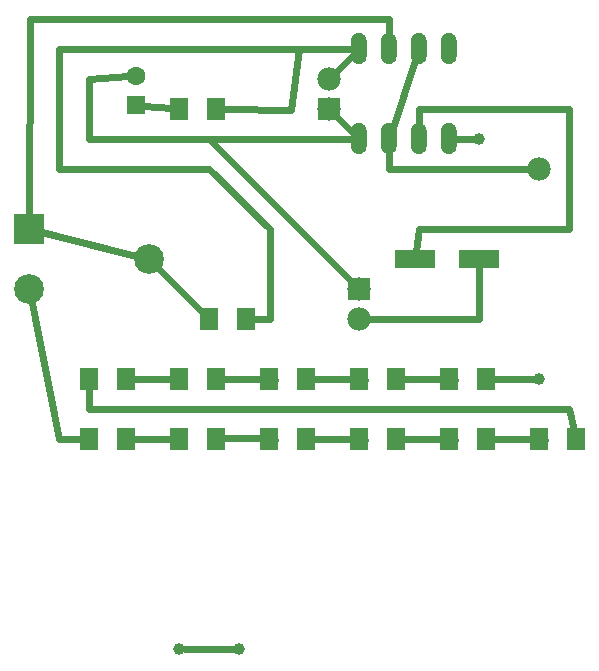
<source format=gtl>
G04 MADE WITH FRITZING*
G04 WWW.FRITZING.ORG*
G04 DOUBLE SIDED*
G04 HOLES PLATED*
G04 CONTOUR ON CENTER OF CONTOUR VECTOR*
%ASAXBY*%
%FSLAX23Y23*%
%MOIN*%
%OFA0B0*%
%SFA1.0B1.0*%
%ADD10C,0.039370*%
%ADD11C,0.099000*%
%ADD12C,0.078000*%
%ADD13C,0.062992*%
%ADD14C,0.052000*%
%ADD15R,0.099000X0.099000*%
%ADD16R,0.078000X0.078000*%
%ADD17R,0.137795X0.062992*%
%ADD18R,0.062992X0.074803*%
%ADD19R,0.062992X0.062992*%
%ADD20C,0.024000*%
%ADD21R,0.001000X0.001000*%
%LNCOPPER1*%
G90*
G70*
G54D10*
X1299Y449D03*
X1099Y449D03*
G54D11*
X598Y1650D03*
X598Y1850D03*
X998Y1750D03*
G54D12*
X2298Y2050D03*
X2298Y2050D03*
X1598Y2250D03*
X1598Y2350D03*
G54D10*
X2098Y2150D03*
X798Y1350D03*
X798Y1150D03*
X1098Y1350D03*
X1098Y1150D03*
X1398Y1350D03*
X1398Y1150D03*
X1698Y1350D03*
X1698Y1150D03*
X1998Y1350D03*
X1998Y1150D03*
X2298Y1350D03*
X2298Y1150D03*
G54D13*
X953Y2262D03*
X953Y2361D03*
X953Y2262D03*
X953Y2361D03*
G54D14*
X1698Y2150D03*
X1798Y2150D03*
X1798Y2450D03*
X1698Y2450D03*
X1898Y2150D03*
X1998Y2150D03*
X1898Y2450D03*
X1998Y2450D03*
X1698Y2150D03*
X1798Y2150D03*
X1798Y2450D03*
X1698Y2450D03*
X1898Y2150D03*
X1998Y2150D03*
X1898Y2450D03*
X1998Y2450D03*
G54D12*
X1698Y1650D03*
X1698Y1550D03*
G54D15*
X598Y1850D03*
G54D16*
X1598Y2250D03*
G54D17*
X1885Y1750D03*
X2098Y1750D03*
G54D18*
X1098Y2250D03*
X1220Y2250D03*
G54D19*
X953Y2262D03*
X953Y2262D03*
G54D16*
X1698Y1650D03*
G54D18*
X1198Y1550D03*
X1320Y1550D03*
X798Y1350D03*
X920Y1350D03*
X1098Y1350D03*
X1220Y1350D03*
X1698Y1350D03*
X1820Y1350D03*
X1398Y1350D03*
X1520Y1350D03*
X1998Y1350D03*
X2120Y1350D03*
X2298Y1150D03*
X2420Y1150D03*
X1998Y1150D03*
X2120Y1150D03*
X1698Y1150D03*
X1820Y1150D03*
X1398Y1150D03*
X1520Y1150D03*
X1098Y1150D03*
X1220Y1150D03*
X798Y1150D03*
X920Y1150D03*
G54D20*
X1280Y449D02*
X1118Y449D01*
D02*
X798Y2350D02*
X798Y2148D01*
D02*
X798Y2148D02*
X1198Y2148D01*
D02*
X1198Y2148D02*
X1677Y1671D01*
D02*
X926Y2359D02*
X798Y2350D01*
D02*
X2098Y1550D02*
X2098Y1724D01*
D02*
X1728Y1550D02*
X2098Y1550D01*
D02*
X1898Y1850D02*
X2397Y1850D01*
D02*
X2397Y1850D02*
X2397Y2249D01*
D02*
X2397Y2249D02*
X1896Y2249D01*
D02*
X1896Y2249D02*
X1898Y2177D01*
D02*
X1889Y1776D02*
X1898Y1850D01*
D02*
X1799Y2051D02*
X2268Y2050D01*
D02*
X1798Y2123D02*
X1799Y2051D01*
D02*
X1807Y2175D02*
X1889Y2424D01*
D02*
X798Y2148D02*
X1671Y2150D01*
D02*
X798Y2350D02*
X798Y2148D01*
D02*
X926Y2359D02*
X798Y2350D01*
D02*
X2079Y2150D02*
X2025Y2150D01*
D02*
X1020Y1727D02*
X1172Y1576D01*
D02*
X629Y1842D02*
X967Y1757D01*
D02*
X1679Y2169D02*
X1619Y2228D01*
D02*
X1679Y2430D02*
X1619Y2371D01*
D02*
X1496Y2451D02*
X1471Y2245D01*
D02*
X1471Y2245D02*
X1246Y2249D01*
D02*
X1671Y2450D02*
X1496Y2451D01*
D02*
X1072Y2252D02*
X980Y2260D01*
D02*
X1072Y1350D02*
X946Y1350D01*
D02*
X2397Y1251D02*
X2413Y1181D01*
D02*
X697Y1150D02*
X604Y1619D01*
D02*
X798Y1251D02*
X2397Y1251D01*
D02*
X798Y1331D02*
X798Y1251D01*
D02*
X2279Y1150D02*
X2146Y1150D01*
D02*
X1972Y1150D02*
X1846Y1150D01*
D02*
X1546Y1150D02*
X1672Y1150D01*
D02*
X946Y1150D02*
X1072Y1150D01*
D02*
X772Y1150D02*
X697Y1150D01*
D02*
X1972Y1350D02*
X1846Y1350D01*
D02*
X1672Y1350D02*
X1546Y1350D01*
D02*
X1372Y1350D02*
X1246Y1350D01*
D02*
X1799Y2548D02*
X600Y2548D01*
D02*
X600Y2548D02*
X599Y1851D01*
D02*
X599Y1851D02*
X967Y1757D01*
D02*
X1798Y2477D02*
X1799Y2548D01*
D02*
X2317Y1145D02*
X2298Y1150D01*
D02*
X1400Y1550D02*
X1346Y1550D01*
D02*
X1400Y1849D02*
X1400Y1550D01*
D02*
X1198Y2051D02*
X1400Y1849D01*
D02*
X697Y2051D02*
X1198Y2051D01*
D02*
X697Y2451D02*
X697Y2051D01*
D02*
X1671Y2450D02*
X697Y2451D01*
D02*
X2017Y1345D02*
X1998Y1350D01*
D02*
X1717Y1345D02*
X1698Y1350D01*
D02*
X1417Y1345D02*
X1398Y1350D01*
D02*
X1080Y1345D02*
X1098Y1350D01*
D02*
X780Y1345D02*
X798Y1350D01*
D02*
X782Y1140D02*
X798Y1150D01*
D02*
X1082Y1140D02*
X1098Y1150D01*
D02*
X1417Y1145D02*
X1398Y1150D01*
D02*
X1717Y1145D02*
X1698Y1150D01*
D02*
X2017Y1145D02*
X1998Y1150D01*
D02*
X2279Y1350D02*
X2146Y1350D01*
G54D21*
X1692Y2502D02*
X1702Y2502D01*
X1792Y2502D02*
X1802Y2502D01*
X1892Y2502D02*
X1902Y2502D01*
X1992Y2502D02*
X2002Y2502D01*
X1689Y2501D02*
X1706Y2501D01*
X1789Y2501D02*
X1806Y2501D01*
X1889Y2501D02*
X1906Y2501D01*
X1989Y2501D02*
X2006Y2501D01*
X1686Y2500D02*
X1708Y2500D01*
X1786Y2500D02*
X1808Y2500D01*
X1886Y2500D02*
X1908Y2500D01*
X1986Y2500D02*
X2008Y2500D01*
X1685Y2499D02*
X1710Y2499D01*
X1785Y2499D02*
X1810Y2499D01*
X1885Y2499D02*
X1910Y2499D01*
X1985Y2499D02*
X2010Y2499D01*
X1683Y2498D02*
X1711Y2498D01*
X1783Y2498D02*
X1811Y2498D01*
X1883Y2498D02*
X1911Y2498D01*
X1983Y2498D02*
X2011Y2498D01*
X1682Y2497D02*
X1713Y2497D01*
X1782Y2497D02*
X1813Y2497D01*
X1882Y2497D02*
X1913Y2497D01*
X1982Y2497D02*
X2013Y2497D01*
X1680Y2496D02*
X1714Y2496D01*
X1780Y2496D02*
X1814Y2496D01*
X1880Y2496D02*
X1914Y2496D01*
X1980Y2496D02*
X2014Y2496D01*
X1679Y2495D02*
X1715Y2495D01*
X1779Y2495D02*
X1815Y2495D01*
X1879Y2495D02*
X1915Y2495D01*
X1979Y2495D02*
X2015Y2495D01*
X1678Y2494D02*
X1716Y2494D01*
X1778Y2494D02*
X1816Y2494D01*
X1878Y2494D02*
X1916Y2494D01*
X1978Y2494D02*
X2016Y2494D01*
X1678Y2493D02*
X1717Y2493D01*
X1778Y2493D02*
X1817Y2493D01*
X1878Y2493D02*
X1917Y2493D01*
X1978Y2493D02*
X2017Y2493D01*
X1677Y2492D02*
X1718Y2492D01*
X1777Y2492D02*
X1818Y2492D01*
X1877Y2492D02*
X1918Y2492D01*
X1977Y2492D02*
X2017Y2492D01*
X1676Y2491D02*
X1718Y2491D01*
X1776Y2491D02*
X1818Y2491D01*
X1876Y2491D02*
X1918Y2491D01*
X1976Y2491D02*
X2018Y2491D01*
X1675Y2490D02*
X1719Y2490D01*
X1775Y2490D02*
X1819Y2490D01*
X1875Y2490D02*
X1919Y2490D01*
X1975Y2490D02*
X2019Y2490D01*
X1675Y2489D02*
X1719Y2489D01*
X1775Y2489D02*
X1819Y2489D01*
X1875Y2489D02*
X1919Y2489D01*
X1975Y2489D02*
X2019Y2489D01*
X1674Y2488D02*
X1720Y2488D01*
X1774Y2488D02*
X1820Y2488D01*
X1874Y2488D02*
X1920Y2488D01*
X1974Y2488D02*
X2020Y2488D01*
X1674Y2487D02*
X1720Y2487D01*
X1774Y2487D02*
X1820Y2487D01*
X1874Y2487D02*
X1920Y2487D01*
X1974Y2487D02*
X2020Y2487D01*
X1673Y2486D02*
X1721Y2486D01*
X1773Y2486D02*
X1821Y2486D01*
X1873Y2486D02*
X1921Y2486D01*
X1973Y2486D02*
X2021Y2486D01*
X1673Y2485D02*
X1721Y2485D01*
X1773Y2485D02*
X1821Y2485D01*
X1873Y2485D02*
X1921Y2485D01*
X1973Y2485D02*
X2021Y2485D01*
X1673Y2484D02*
X1722Y2484D01*
X1773Y2484D02*
X1822Y2484D01*
X1873Y2484D02*
X1922Y2484D01*
X1973Y2484D02*
X2022Y2484D01*
X1672Y2483D02*
X1722Y2483D01*
X1772Y2483D02*
X1822Y2483D01*
X1872Y2483D02*
X1922Y2483D01*
X1972Y2483D02*
X2022Y2483D01*
X1672Y2482D02*
X1722Y2482D01*
X1772Y2482D02*
X1822Y2482D01*
X1872Y2482D02*
X1922Y2482D01*
X1972Y2482D02*
X2022Y2482D01*
X1672Y2481D02*
X1722Y2481D01*
X1772Y2481D02*
X1822Y2481D01*
X1872Y2481D02*
X1922Y2481D01*
X1972Y2481D02*
X2022Y2481D01*
X1672Y2480D02*
X1722Y2480D01*
X1772Y2480D02*
X1822Y2480D01*
X1872Y2480D02*
X1922Y2480D01*
X1972Y2480D02*
X2022Y2480D01*
X1672Y2479D02*
X1723Y2479D01*
X1772Y2479D02*
X1823Y2479D01*
X1872Y2479D02*
X1923Y2479D01*
X1972Y2479D02*
X2022Y2479D01*
X1672Y2478D02*
X1723Y2478D01*
X1772Y2478D02*
X1823Y2478D01*
X1872Y2478D02*
X1923Y2478D01*
X1972Y2478D02*
X2023Y2478D01*
X1672Y2477D02*
X1723Y2477D01*
X1772Y2477D02*
X1823Y2477D01*
X1872Y2477D02*
X1923Y2477D01*
X1972Y2477D02*
X2023Y2477D01*
X1672Y2476D02*
X1723Y2476D01*
X1772Y2476D02*
X1823Y2476D01*
X1872Y2476D02*
X1923Y2476D01*
X1972Y2476D02*
X2023Y2476D01*
X1672Y2475D02*
X1723Y2475D01*
X1772Y2475D02*
X1823Y2475D01*
X1872Y2475D02*
X1923Y2475D01*
X1972Y2475D02*
X2023Y2475D01*
X1672Y2474D02*
X1723Y2474D01*
X1772Y2474D02*
X1823Y2474D01*
X1872Y2474D02*
X1923Y2474D01*
X1972Y2474D02*
X2023Y2474D01*
X1672Y2473D02*
X1723Y2473D01*
X1772Y2473D02*
X1823Y2473D01*
X1872Y2473D02*
X1923Y2473D01*
X1972Y2473D02*
X2023Y2473D01*
X1672Y2472D02*
X1723Y2472D01*
X1772Y2472D02*
X1823Y2472D01*
X1872Y2472D02*
X1923Y2472D01*
X1972Y2472D02*
X2023Y2472D01*
X1672Y2471D02*
X1723Y2471D01*
X1772Y2471D02*
X1823Y2471D01*
X1872Y2471D02*
X1923Y2471D01*
X1972Y2471D02*
X2023Y2471D01*
X1672Y2470D02*
X1723Y2470D01*
X1772Y2470D02*
X1823Y2470D01*
X1872Y2470D02*
X1923Y2470D01*
X1972Y2470D02*
X2023Y2470D01*
X1672Y2469D02*
X1723Y2469D01*
X1772Y2469D02*
X1823Y2469D01*
X1872Y2469D02*
X1923Y2469D01*
X1972Y2469D02*
X2023Y2469D01*
X1672Y2468D02*
X1723Y2468D01*
X1772Y2468D02*
X1823Y2468D01*
X1872Y2468D02*
X1923Y2468D01*
X1972Y2468D02*
X2023Y2468D01*
X1672Y2467D02*
X1723Y2467D01*
X1772Y2467D02*
X1823Y2467D01*
X1872Y2467D02*
X1923Y2467D01*
X1972Y2467D02*
X2023Y2467D01*
X1672Y2466D02*
X1692Y2466D01*
X1702Y2466D02*
X1723Y2466D01*
X1772Y2466D02*
X1792Y2466D01*
X1802Y2466D02*
X1823Y2466D01*
X1872Y2466D02*
X1892Y2466D01*
X1902Y2466D02*
X1923Y2466D01*
X1972Y2466D02*
X1992Y2466D01*
X2002Y2466D02*
X2023Y2466D01*
X1672Y2465D02*
X1690Y2465D01*
X1705Y2465D02*
X1723Y2465D01*
X1772Y2465D02*
X1790Y2465D01*
X1805Y2465D02*
X1823Y2465D01*
X1872Y2465D02*
X1890Y2465D01*
X1905Y2465D02*
X1923Y2465D01*
X1972Y2465D02*
X1990Y2465D01*
X2005Y2465D02*
X2023Y2465D01*
X1672Y2464D02*
X1688Y2464D01*
X1706Y2464D02*
X1723Y2464D01*
X1772Y2464D02*
X1788Y2464D01*
X1806Y2464D02*
X1823Y2464D01*
X1872Y2464D02*
X1888Y2464D01*
X1906Y2464D02*
X1923Y2464D01*
X1972Y2464D02*
X1988Y2464D01*
X2006Y2464D02*
X2023Y2464D01*
X1672Y2463D02*
X1687Y2463D01*
X1708Y2463D02*
X1723Y2463D01*
X1772Y2463D02*
X1787Y2463D01*
X1808Y2463D02*
X1823Y2463D01*
X1872Y2463D02*
X1887Y2463D01*
X1908Y2463D02*
X1923Y2463D01*
X1972Y2463D02*
X1987Y2463D01*
X2008Y2463D02*
X2023Y2463D01*
X1672Y2462D02*
X1685Y2462D01*
X1709Y2462D02*
X1723Y2462D01*
X1772Y2462D02*
X1785Y2462D01*
X1809Y2462D02*
X1823Y2462D01*
X1872Y2462D02*
X1885Y2462D01*
X1909Y2462D02*
X1923Y2462D01*
X1972Y2462D02*
X1985Y2462D01*
X2009Y2462D02*
X2023Y2462D01*
X1672Y2461D02*
X1685Y2461D01*
X1710Y2461D02*
X1723Y2461D01*
X1772Y2461D02*
X1785Y2461D01*
X1810Y2461D02*
X1823Y2461D01*
X1872Y2461D02*
X1885Y2461D01*
X1910Y2461D02*
X1923Y2461D01*
X1972Y2461D02*
X1985Y2461D01*
X2010Y2461D02*
X2023Y2461D01*
X1672Y2460D02*
X1684Y2460D01*
X1711Y2460D02*
X1723Y2460D01*
X1772Y2460D02*
X1784Y2460D01*
X1811Y2460D02*
X1823Y2460D01*
X1872Y2460D02*
X1884Y2460D01*
X1911Y2460D02*
X1923Y2460D01*
X1972Y2460D02*
X1984Y2460D01*
X2011Y2460D02*
X2023Y2460D01*
X1672Y2459D02*
X1683Y2459D01*
X1711Y2459D02*
X1723Y2459D01*
X1772Y2459D02*
X1783Y2459D01*
X1811Y2459D02*
X1823Y2459D01*
X1872Y2459D02*
X1883Y2459D01*
X1911Y2459D02*
X1923Y2459D01*
X1972Y2459D02*
X1983Y2459D01*
X2011Y2459D02*
X2023Y2459D01*
X1672Y2458D02*
X1683Y2458D01*
X1712Y2458D02*
X1723Y2458D01*
X1772Y2458D02*
X1783Y2458D01*
X1812Y2458D02*
X1823Y2458D01*
X1872Y2458D02*
X1883Y2458D01*
X1912Y2458D02*
X1923Y2458D01*
X1972Y2458D02*
X1982Y2458D01*
X2012Y2458D02*
X2023Y2458D01*
X1672Y2457D02*
X1682Y2457D01*
X1712Y2457D02*
X1723Y2457D01*
X1772Y2457D02*
X1782Y2457D01*
X1812Y2457D02*
X1823Y2457D01*
X1872Y2457D02*
X1882Y2457D01*
X1912Y2457D02*
X1923Y2457D01*
X1972Y2457D02*
X1982Y2457D01*
X2012Y2457D02*
X2023Y2457D01*
X1672Y2456D02*
X1682Y2456D01*
X1713Y2456D02*
X1723Y2456D01*
X1772Y2456D02*
X1782Y2456D01*
X1813Y2456D02*
X1823Y2456D01*
X1872Y2456D02*
X1882Y2456D01*
X1913Y2456D02*
X1923Y2456D01*
X1972Y2456D02*
X1982Y2456D01*
X2013Y2456D02*
X2023Y2456D01*
X1672Y2455D02*
X1681Y2455D01*
X1713Y2455D02*
X1723Y2455D01*
X1772Y2455D02*
X1781Y2455D01*
X1813Y2455D02*
X1823Y2455D01*
X1872Y2455D02*
X1881Y2455D01*
X1913Y2455D02*
X1923Y2455D01*
X1972Y2455D02*
X1981Y2455D01*
X2013Y2455D02*
X2023Y2455D01*
X1672Y2454D02*
X1681Y2454D01*
X1713Y2454D02*
X1723Y2454D01*
X1772Y2454D02*
X1781Y2454D01*
X1813Y2454D02*
X1823Y2454D01*
X1872Y2454D02*
X1881Y2454D01*
X1913Y2454D02*
X1923Y2454D01*
X1972Y2454D02*
X1981Y2454D01*
X2013Y2454D02*
X2023Y2454D01*
X1672Y2453D02*
X1681Y2453D01*
X1713Y2453D02*
X1723Y2453D01*
X1772Y2453D02*
X1781Y2453D01*
X1813Y2453D02*
X1823Y2453D01*
X1872Y2453D02*
X1881Y2453D01*
X1913Y2453D02*
X1923Y2453D01*
X1972Y2453D02*
X1981Y2453D01*
X2013Y2453D02*
X2023Y2453D01*
X1672Y2452D02*
X1681Y2452D01*
X1714Y2452D02*
X1723Y2452D01*
X1772Y2452D02*
X1781Y2452D01*
X1814Y2452D02*
X1823Y2452D01*
X1872Y2452D02*
X1881Y2452D01*
X1913Y2452D02*
X1923Y2452D01*
X1972Y2452D02*
X1981Y2452D01*
X2013Y2452D02*
X2023Y2452D01*
X1672Y2451D02*
X1681Y2451D01*
X1714Y2451D02*
X1723Y2451D01*
X1772Y2451D02*
X1781Y2451D01*
X1814Y2451D02*
X1823Y2451D01*
X1872Y2451D02*
X1881Y2451D01*
X1914Y2451D02*
X1923Y2451D01*
X1972Y2451D02*
X1981Y2451D01*
X2014Y2451D02*
X2023Y2451D01*
X1672Y2450D02*
X1681Y2450D01*
X1714Y2450D02*
X1723Y2450D01*
X1772Y2450D02*
X1781Y2450D01*
X1814Y2450D02*
X1823Y2450D01*
X1872Y2450D02*
X1881Y2450D01*
X1914Y2450D02*
X1923Y2450D01*
X1972Y2450D02*
X1981Y2450D01*
X2014Y2450D02*
X2023Y2450D01*
X1672Y2449D02*
X1681Y2449D01*
X1714Y2449D02*
X1723Y2449D01*
X1772Y2449D02*
X1781Y2449D01*
X1813Y2449D02*
X1823Y2449D01*
X1872Y2449D02*
X1881Y2449D01*
X1913Y2449D02*
X1923Y2449D01*
X1972Y2449D02*
X1981Y2449D01*
X2013Y2449D02*
X2023Y2449D01*
X1672Y2448D02*
X1681Y2448D01*
X1713Y2448D02*
X1723Y2448D01*
X1772Y2448D02*
X1781Y2448D01*
X1813Y2448D02*
X1823Y2448D01*
X1872Y2448D02*
X1881Y2448D01*
X1913Y2448D02*
X1923Y2448D01*
X1972Y2448D02*
X1981Y2448D01*
X2013Y2448D02*
X2023Y2448D01*
X1672Y2447D02*
X1681Y2447D01*
X1713Y2447D02*
X1723Y2447D01*
X1772Y2447D02*
X1781Y2447D01*
X1813Y2447D02*
X1823Y2447D01*
X1872Y2447D02*
X1881Y2447D01*
X1913Y2447D02*
X1923Y2447D01*
X1972Y2447D02*
X1981Y2447D01*
X2013Y2447D02*
X2023Y2447D01*
X1672Y2446D02*
X1681Y2446D01*
X1713Y2446D02*
X1723Y2446D01*
X1772Y2446D02*
X1781Y2446D01*
X1813Y2446D02*
X1823Y2446D01*
X1872Y2446D02*
X1881Y2446D01*
X1913Y2446D02*
X1923Y2446D01*
X1972Y2446D02*
X1981Y2446D01*
X2013Y2446D02*
X2023Y2446D01*
X1672Y2445D02*
X1682Y2445D01*
X1713Y2445D02*
X1723Y2445D01*
X1772Y2445D02*
X1782Y2445D01*
X1813Y2445D02*
X1823Y2445D01*
X1872Y2445D02*
X1882Y2445D01*
X1913Y2445D02*
X1923Y2445D01*
X1972Y2445D02*
X1982Y2445D01*
X2013Y2445D02*
X2023Y2445D01*
X1672Y2444D02*
X1682Y2444D01*
X1712Y2444D02*
X1723Y2444D01*
X1772Y2444D02*
X1782Y2444D01*
X1812Y2444D02*
X1823Y2444D01*
X1872Y2444D02*
X1882Y2444D01*
X1912Y2444D02*
X1923Y2444D01*
X1972Y2444D02*
X1982Y2444D01*
X2012Y2444D02*
X2023Y2444D01*
X1672Y2443D02*
X1683Y2443D01*
X1712Y2443D02*
X1723Y2443D01*
X1772Y2443D02*
X1783Y2443D01*
X1812Y2443D02*
X1823Y2443D01*
X1872Y2443D02*
X1883Y2443D01*
X1912Y2443D02*
X1923Y2443D01*
X1972Y2443D02*
X1983Y2443D01*
X2012Y2443D02*
X2023Y2443D01*
X1672Y2442D02*
X1683Y2442D01*
X1711Y2442D02*
X1723Y2442D01*
X1772Y2442D02*
X1783Y2442D01*
X1811Y2442D02*
X1823Y2442D01*
X1872Y2442D02*
X1883Y2442D01*
X1911Y2442D02*
X1923Y2442D01*
X1972Y2442D02*
X1983Y2442D01*
X2011Y2442D02*
X2023Y2442D01*
X1672Y2441D02*
X1684Y2441D01*
X1710Y2441D02*
X1723Y2441D01*
X1772Y2441D02*
X1784Y2441D01*
X1810Y2441D02*
X1823Y2441D01*
X1872Y2441D02*
X1884Y2441D01*
X1910Y2441D02*
X1923Y2441D01*
X1972Y2441D02*
X1984Y2441D01*
X2010Y2441D02*
X2023Y2441D01*
X1672Y2440D02*
X1685Y2440D01*
X1710Y2440D02*
X1723Y2440D01*
X1772Y2440D02*
X1785Y2440D01*
X1810Y2440D02*
X1823Y2440D01*
X1872Y2440D02*
X1885Y2440D01*
X1909Y2440D02*
X1923Y2440D01*
X1972Y2440D02*
X1985Y2440D01*
X2009Y2440D02*
X2023Y2440D01*
X1672Y2439D02*
X1686Y2439D01*
X1709Y2439D02*
X1723Y2439D01*
X1772Y2439D02*
X1786Y2439D01*
X1809Y2439D02*
X1823Y2439D01*
X1872Y2439D02*
X1886Y2439D01*
X1909Y2439D02*
X1923Y2439D01*
X1972Y2439D02*
X1986Y2439D01*
X2009Y2439D02*
X2023Y2439D01*
X1672Y2438D02*
X1687Y2438D01*
X1707Y2438D02*
X1723Y2438D01*
X1772Y2438D02*
X1787Y2438D01*
X1807Y2438D02*
X1823Y2438D01*
X1872Y2438D02*
X1887Y2438D01*
X1907Y2438D02*
X1923Y2438D01*
X1972Y2438D02*
X1987Y2438D01*
X2007Y2438D02*
X2023Y2438D01*
X1672Y2437D02*
X1688Y2437D01*
X1706Y2437D02*
X1723Y2437D01*
X1772Y2437D02*
X1788Y2437D01*
X1806Y2437D02*
X1823Y2437D01*
X1872Y2437D02*
X1888Y2437D01*
X1906Y2437D02*
X1923Y2437D01*
X1972Y2437D02*
X1988Y2437D01*
X2006Y2437D02*
X2023Y2437D01*
X1672Y2436D02*
X1690Y2436D01*
X1704Y2436D02*
X1723Y2436D01*
X1772Y2436D02*
X1790Y2436D01*
X1804Y2436D02*
X1823Y2436D01*
X1872Y2436D02*
X1890Y2436D01*
X1904Y2436D02*
X1923Y2436D01*
X1972Y2436D02*
X1990Y2436D01*
X2004Y2436D02*
X2023Y2436D01*
X1672Y2435D02*
X1693Y2435D01*
X1701Y2435D02*
X1723Y2435D01*
X1772Y2435D02*
X1793Y2435D01*
X1801Y2435D02*
X1823Y2435D01*
X1872Y2435D02*
X1893Y2435D01*
X1901Y2435D02*
X1923Y2435D01*
X1972Y2435D02*
X1993Y2435D01*
X2001Y2435D02*
X2023Y2435D01*
X1672Y2434D02*
X1723Y2434D01*
X1772Y2434D02*
X1823Y2434D01*
X1872Y2434D02*
X1923Y2434D01*
X1972Y2434D02*
X2023Y2434D01*
X1672Y2433D02*
X1723Y2433D01*
X1772Y2433D02*
X1823Y2433D01*
X1872Y2433D02*
X1923Y2433D01*
X1972Y2433D02*
X2023Y2433D01*
X1672Y2432D02*
X1723Y2432D01*
X1772Y2432D02*
X1823Y2432D01*
X1872Y2432D02*
X1923Y2432D01*
X1972Y2432D02*
X2023Y2432D01*
X1672Y2431D02*
X1723Y2431D01*
X1772Y2431D02*
X1823Y2431D01*
X1872Y2431D02*
X1923Y2431D01*
X1972Y2431D02*
X2023Y2431D01*
X1672Y2430D02*
X1723Y2430D01*
X1772Y2430D02*
X1823Y2430D01*
X1872Y2430D02*
X1923Y2430D01*
X1972Y2430D02*
X2023Y2430D01*
X1672Y2429D02*
X1723Y2429D01*
X1772Y2429D02*
X1823Y2429D01*
X1872Y2429D02*
X1923Y2429D01*
X1972Y2429D02*
X2023Y2429D01*
X1672Y2428D02*
X1723Y2428D01*
X1772Y2428D02*
X1823Y2428D01*
X1872Y2428D02*
X1923Y2428D01*
X1972Y2428D02*
X2023Y2428D01*
X1672Y2427D02*
X1723Y2427D01*
X1772Y2427D02*
X1823Y2427D01*
X1872Y2427D02*
X1923Y2427D01*
X1972Y2427D02*
X2023Y2427D01*
X1672Y2426D02*
X1723Y2426D01*
X1772Y2426D02*
X1823Y2426D01*
X1872Y2426D02*
X1923Y2426D01*
X1972Y2426D02*
X2023Y2426D01*
X1672Y2425D02*
X1723Y2425D01*
X1772Y2425D02*
X1823Y2425D01*
X1872Y2425D02*
X1923Y2425D01*
X1972Y2425D02*
X2023Y2425D01*
X1672Y2424D02*
X1723Y2424D01*
X1772Y2424D02*
X1823Y2424D01*
X1872Y2424D02*
X1923Y2424D01*
X1972Y2424D02*
X2023Y2424D01*
X1672Y2423D02*
X1723Y2423D01*
X1772Y2423D02*
X1823Y2423D01*
X1872Y2423D02*
X1923Y2423D01*
X1972Y2423D02*
X2023Y2423D01*
X1672Y2422D02*
X1723Y2422D01*
X1772Y2422D02*
X1823Y2422D01*
X1872Y2422D02*
X1922Y2422D01*
X1972Y2422D02*
X2022Y2422D01*
X1672Y2421D02*
X1722Y2421D01*
X1772Y2421D02*
X1822Y2421D01*
X1872Y2421D02*
X1922Y2421D01*
X1972Y2421D02*
X2022Y2421D01*
X1672Y2420D02*
X1722Y2420D01*
X1772Y2420D02*
X1822Y2420D01*
X1872Y2420D02*
X1922Y2420D01*
X1972Y2420D02*
X2022Y2420D01*
X1672Y2419D02*
X1722Y2419D01*
X1772Y2419D02*
X1822Y2419D01*
X1872Y2419D02*
X1922Y2419D01*
X1972Y2419D02*
X2022Y2419D01*
X1673Y2418D02*
X1722Y2418D01*
X1773Y2418D02*
X1822Y2418D01*
X1873Y2418D02*
X1922Y2418D01*
X1972Y2418D02*
X2022Y2418D01*
X1673Y2417D02*
X1722Y2417D01*
X1773Y2417D02*
X1822Y2417D01*
X1873Y2417D02*
X1921Y2417D01*
X1973Y2417D02*
X2021Y2417D01*
X1673Y2416D02*
X1721Y2416D01*
X1773Y2416D02*
X1821Y2416D01*
X1873Y2416D02*
X1921Y2416D01*
X1973Y2416D02*
X2021Y2416D01*
X1674Y2415D02*
X1721Y2415D01*
X1774Y2415D02*
X1821Y2415D01*
X1874Y2415D02*
X1921Y2415D01*
X1973Y2415D02*
X2021Y2415D01*
X1674Y2414D02*
X1720Y2414D01*
X1774Y2414D02*
X1820Y2414D01*
X1874Y2414D02*
X1920Y2414D01*
X1974Y2414D02*
X2020Y2414D01*
X1675Y2413D02*
X1720Y2413D01*
X1775Y2413D02*
X1820Y2413D01*
X1875Y2413D02*
X1920Y2413D01*
X1974Y2413D02*
X2020Y2413D01*
X1675Y2412D02*
X1719Y2412D01*
X1775Y2412D02*
X1819Y2412D01*
X1875Y2412D02*
X1919Y2412D01*
X1975Y2412D02*
X2019Y2412D01*
X1676Y2411D02*
X1719Y2411D01*
X1776Y2411D02*
X1819Y2411D01*
X1876Y2411D02*
X1919Y2411D01*
X1976Y2411D02*
X2019Y2411D01*
X1676Y2410D02*
X1718Y2410D01*
X1776Y2410D02*
X1818Y2410D01*
X1876Y2410D02*
X1918Y2410D01*
X1976Y2410D02*
X2018Y2410D01*
X1677Y2409D02*
X1717Y2409D01*
X1777Y2409D02*
X1817Y2409D01*
X1877Y2409D02*
X1917Y2409D01*
X1977Y2409D02*
X2017Y2409D01*
X1678Y2408D02*
X1716Y2408D01*
X1778Y2408D02*
X1816Y2408D01*
X1878Y2408D02*
X1916Y2408D01*
X1978Y2408D02*
X2016Y2408D01*
X1679Y2407D02*
X1716Y2407D01*
X1779Y2407D02*
X1816Y2407D01*
X1879Y2407D02*
X1916Y2407D01*
X1979Y2407D02*
X2016Y2407D01*
X1680Y2406D02*
X1715Y2406D01*
X1780Y2406D02*
X1815Y2406D01*
X1880Y2406D02*
X1915Y2406D01*
X1980Y2406D02*
X2015Y2406D01*
X1681Y2405D02*
X1714Y2405D01*
X1781Y2405D02*
X1814Y2405D01*
X1881Y2405D02*
X1913Y2405D01*
X1981Y2405D02*
X2013Y2405D01*
X1682Y2404D02*
X1712Y2404D01*
X1782Y2404D02*
X1812Y2404D01*
X1882Y2404D02*
X1912Y2404D01*
X1982Y2404D02*
X2012Y2404D01*
X1683Y2403D02*
X1711Y2403D01*
X1783Y2403D02*
X1811Y2403D01*
X1883Y2403D02*
X1911Y2403D01*
X1983Y2403D02*
X2011Y2403D01*
X1685Y2402D02*
X1709Y2402D01*
X1785Y2402D02*
X1809Y2402D01*
X1885Y2402D02*
X1909Y2402D01*
X1985Y2402D02*
X2009Y2402D01*
X1687Y2401D02*
X1707Y2401D01*
X1787Y2401D02*
X1807Y2401D01*
X1887Y2401D02*
X1907Y2401D01*
X1987Y2401D02*
X2007Y2401D01*
X1689Y2400D02*
X1705Y2400D01*
X1789Y2400D02*
X1805Y2400D01*
X1889Y2400D02*
X1905Y2400D01*
X1989Y2400D02*
X2005Y2400D01*
X1694Y2399D02*
X1701Y2399D01*
X1794Y2399D02*
X1801Y2399D01*
X1894Y2399D02*
X1901Y2399D01*
X1993Y2399D02*
X2001Y2399D01*
X1692Y2202D02*
X1703Y2202D01*
X1792Y2202D02*
X1803Y2202D01*
X1892Y2202D02*
X1902Y2202D01*
X1992Y2202D02*
X2002Y2202D01*
X1689Y2201D02*
X1706Y2201D01*
X1789Y2201D02*
X1806Y2201D01*
X1888Y2201D02*
X1906Y2201D01*
X1988Y2201D02*
X2006Y2201D01*
X1686Y2200D02*
X1708Y2200D01*
X1786Y2200D02*
X1808Y2200D01*
X1886Y2200D02*
X1908Y2200D01*
X1986Y2200D02*
X2008Y2200D01*
X1685Y2199D02*
X1710Y2199D01*
X1784Y2199D02*
X1810Y2199D01*
X1884Y2199D02*
X1910Y2199D01*
X1984Y2199D02*
X2010Y2199D01*
X1683Y2198D02*
X1712Y2198D01*
X1783Y2198D02*
X1811Y2198D01*
X1883Y2198D02*
X1911Y2198D01*
X1983Y2198D02*
X2011Y2198D01*
X1682Y2197D02*
X1713Y2197D01*
X1782Y2197D02*
X1813Y2197D01*
X1882Y2197D02*
X1913Y2197D01*
X1982Y2197D02*
X2013Y2197D01*
X1680Y2196D02*
X1714Y2196D01*
X1780Y2196D02*
X1814Y2196D01*
X1880Y2196D02*
X1914Y2196D01*
X1980Y2196D02*
X2014Y2196D01*
X1679Y2195D02*
X1715Y2195D01*
X1779Y2195D02*
X1815Y2195D01*
X1879Y2195D02*
X1915Y2195D01*
X1979Y2195D02*
X2015Y2195D01*
X1678Y2194D02*
X1716Y2194D01*
X1778Y2194D02*
X1816Y2194D01*
X1878Y2194D02*
X1916Y2194D01*
X1978Y2194D02*
X2016Y2194D01*
X1678Y2193D02*
X1717Y2193D01*
X1778Y2193D02*
X1817Y2193D01*
X1878Y2193D02*
X1917Y2193D01*
X1978Y2193D02*
X2017Y2193D01*
X1677Y2192D02*
X1718Y2192D01*
X1777Y2192D02*
X1818Y2192D01*
X1877Y2192D02*
X1918Y2192D01*
X1977Y2192D02*
X2018Y2192D01*
X1676Y2191D02*
X1718Y2191D01*
X1776Y2191D02*
X1818Y2191D01*
X1876Y2191D02*
X1918Y2191D01*
X1976Y2191D02*
X2018Y2191D01*
X1675Y2190D02*
X1719Y2190D01*
X1775Y2190D02*
X1819Y2190D01*
X1875Y2190D02*
X1919Y2190D01*
X1975Y2190D02*
X2019Y2190D01*
X1675Y2189D02*
X1719Y2189D01*
X1775Y2189D02*
X1819Y2189D01*
X1875Y2189D02*
X1919Y2189D01*
X1975Y2189D02*
X2019Y2189D01*
X1674Y2188D02*
X1720Y2188D01*
X1774Y2188D02*
X1820Y2188D01*
X1874Y2188D02*
X1920Y2188D01*
X1974Y2188D02*
X2020Y2188D01*
X1674Y2187D02*
X1721Y2187D01*
X1774Y2187D02*
X1821Y2187D01*
X1874Y2187D02*
X1920Y2187D01*
X1974Y2187D02*
X2020Y2187D01*
X1673Y2186D02*
X1721Y2186D01*
X1773Y2186D02*
X1821Y2186D01*
X1873Y2186D02*
X1921Y2186D01*
X1973Y2186D02*
X2021Y2186D01*
X1673Y2185D02*
X1721Y2185D01*
X1773Y2185D02*
X1821Y2185D01*
X1873Y2185D02*
X1921Y2185D01*
X1973Y2185D02*
X2021Y2185D01*
X1673Y2184D02*
X1722Y2184D01*
X1773Y2184D02*
X1822Y2184D01*
X1873Y2184D02*
X1922Y2184D01*
X1973Y2184D02*
X2022Y2184D01*
X1672Y2183D02*
X1722Y2183D01*
X1772Y2183D02*
X1822Y2183D01*
X1872Y2183D02*
X1922Y2183D01*
X1972Y2183D02*
X2022Y2183D01*
X1672Y2182D02*
X1722Y2182D01*
X1772Y2182D02*
X1822Y2182D01*
X1872Y2182D02*
X1922Y2182D01*
X1972Y2182D02*
X2022Y2182D01*
X1672Y2181D02*
X1722Y2181D01*
X1772Y2181D02*
X1822Y2181D01*
X1872Y2181D02*
X1922Y2181D01*
X1972Y2181D02*
X2022Y2181D01*
X1672Y2180D02*
X1722Y2180D01*
X1772Y2180D02*
X1822Y2180D01*
X1872Y2180D02*
X1922Y2180D01*
X1972Y2180D02*
X2022Y2180D01*
X1672Y2179D02*
X1723Y2179D01*
X1772Y2179D02*
X1823Y2179D01*
X1872Y2179D02*
X1923Y2179D01*
X1972Y2179D02*
X2022Y2179D01*
X1672Y2178D02*
X1723Y2178D01*
X1772Y2178D02*
X1823Y2178D01*
X1872Y2178D02*
X1923Y2178D01*
X1972Y2178D02*
X2023Y2178D01*
X1672Y2177D02*
X1723Y2177D01*
X1772Y2177D02*
X1823Y2177D01*
X1872Y2177D02*
X1923Y2177D01*
X1972Y2177D02*
X2023Y2177D01*
X1672Y2176D02*
X1723Y2176D01*
X1772Y2176D02*
X1823Y2176D01*
X1872Y2176D02*
X1923Y2176D01*
X1972Y2176D02*
X2023Y2176D01*
X1672Y2175D02*
X1723Y2175D01*
X1772Y2175D02*
X1823Y2175D01*
X1872Y2175D02*
X1923Y2175D01*
X1972Y2175D02*
X2023Y2175D01*
X1672Y2174D02*
X1723Y2174D01*
X1772Y2174D02*
X1823Y2174D01*
X1872Y2174D02*
X1923Y2174D01*
X1972Y2174D02*
X2023Y2174D01*
X1672Y2173D02*
X1723Y2173D01*
X1772Y2173D02*
X1823Y2173D01*
X1872Y2173D02*
X1923Y2173D01*
X1972Y2173D02*
X2023Y2173D01*
X1672Y2172D02*
X1723Y2172D01*
X1772Y2172D02*
X1823Y2172D01*
X1872Y2172D02*
X1923Y2172D01*
X1972Y2172D02*
X2023Y2172D01*
X1672Y2171D02*
X1723Y2171D01*
X1772Y2171D02*
X1823Y2171D01*
X1872Y2171D02*
X1923Y2171D01*
X1972Y2171D02*
X2023Y2171D01*
X1672Y2170D02*
X1723Y2170D01*
X1772Y2170D02*
X1823Y2170D01*
X1872Y2170D02*
X1923Y2170D01*
X1972Y2170D02*
X2023Y2170D01*
X1672Y2169D02*
X1723Y2169D01*
X1772Y2169D02*
X1823Y2169D01*
X1872Y2169D02*
X1923Y2169D01*
X1972Y2169D02*
X2023Y2169D01*
X1672Y2168D02*
X1723Y2168D01*
X1772Y2168D02*
X1823Y2168D01*
X1872Y2168D02*
X1923Y2168D01*
X1972Y2168D02*
X2023Y2168D01*
X1672Y2167D02*
X1723Y2167D01*
X1772Y2167D02*
X1823Y2167D01*
X1872Y2167D02*
X1923Y2167D01*
X1972Y2167D02*
X2023Y2167D01*
X1672Y2166D02*
X1692Y2166D01*
X1702Y2166D02*
X1723Y2166D01*
X1772Y2166D02*
X1792Y2166D01*
X1802Y2166D02*
X1823Y2166D01*
X1872Y2166D02*
X1892Y2166D01*
X1902Y2166D02*
X1923Y2166D01*
X1972Y2166D02*
X1992Y2166D01*
X2002Y2166D02*
X2023Y2166D01*
X1672Y2165D02*
X1690Y2165D01*
X1705Y2165D02*
X1723Y2165D01*
X1772Y2165D02*
X1790Y2165D01*
X1805Y2165D02*
X1823Y2165D01*
X1872Y2165D02*
X1890Y2165D01*
X1905Y2165D02*
X1923Y2165D01*
X1972Y2165D02*
X1990Y2165D01*
X2005Y2165D02*
X2023Y2165D01*
X1672Y2164D02*
X1688Y2164D01*
X1706Y2164D02*
X1723Y2164D01*
X1772Y2164D02*
X1788Y2164D01*
X1806Y2164D02*
X1823Y2164D01*
X1872Y2164D02*
X1888Y2164D01*
X1906Y2164D02*
X1923Y2164D01*
X1972Y2164D02*
X1988Y2164D01*
X2006Y2164D02*
X2023Y2164D01*
X1672Y2163D02*
X1687Y2163D01*
X1708Y2163D02*
X1723Y2163D01*
X1772Y2163D02*
X1787Y2163D01*
X1808Y2163D02*
X1823Y2163D01*
X1872Y2163D02*
X1887Y2163D01*
X1908Y2163D02*
X1923Y2163D01*
X1972Y2163D02*
X1987Y2163D01*
X2008Y2163D02*
X2023Y2163D01*
X1672Y2162D02*
X1685Y2162D01*
X1709Y2162D02*
X1723Y2162D01*
X1772Y2162D02*
X1785Y2162D01*
X1809Y2162D02*
X1823Y2162D01*
X1872Y2162D02*
X1885Y2162D01*
X1909Y2162D02*
X1923Y2162D01*
X1972Y2162D02*
X1985Y2162D01*
X2009Y2162D02*
X2023Y2162D01*
X1672Y2161D02*
X1685Y2161D01*
X1710Y2161D02*
X1723Y2161D01*
X1772Y2161D02*
X1785Y2161D01*
X1810Y2161D02*
X1823Y2161D01*
X1872Y2161D02*
X1885Y2161D01*
X1910Y2161D02*
X1923Y2161D01*
X1972Y2161D02*
X1984Y2161D01*
X2010Y2161D02*
X2023Y2161D01*
X1672Y2160D02*
X1684Y2160D01*
X1711Y2160D02*
X1723Y2160D01*
X1772Y2160D02*
X1784Y2160D01*
X1811Y2160D02*
X1823Y2160D01*
X1872Y2160D02*
X1884Y2160D01*
X1911Y2160D02*
X1923Y2160D01*
X1972Y2160D02*
X1984Y2160D01*
X2011Y2160D02*
X2023Y2160D01*
X1672Y2159D02*
X1683Y2159D01*
X1711Y2159D02*
X1723Y2159D01*
X1772Y2159D02*
X1783Y2159D01*
X1811Y2159D02*
X1823Y2159D01*
X1872Y2159D02*
X1883Y2159D01*
X1911Y2159D02*
X1923Y2159D01*
X1972Y2159D02*
X1983Y2159D01*
X2011Y2159D02*
X2023Y2159D01*
X1672Y2158D02*
X1683Y2158D01*
X1712Y2158D02*
X1723Y2158D01*
X1772Y2158D02*
X1782Y2158D01*
X1812Y2158D02*
X1823Y2158D01*
X1872Y2158D02*
X1882Y2158D01*
X1912Y2158D02*
X1923Y2158D01*
X1972Y2158D02*
X1982Y2158D01*
X2012Y2158D02*
X2023Y2158D01*
X1672Y2157D02*
X1682Y2157D01*
X1712Y2157D02*
X1723Y2157D01*
X1772Y2157D02*
X1782Y2157D01*
X1812Y2157D02*
X1823Y2157D01*
X1872Y2157D02*
X1882Y2157D01*
X1912Y2157D02*
X1923Y2157D01*
X1972Y2157D02*
X1982Y2157D01*
X2012Y2157D02*
X2023Y2157D01*
X1672Y2156D02*
X1682Y2156D01*
X1713Y2156D02*
X1723Y2156D01*
X1772Y2156D02*
X1782Y2156D01*
X1813Y2156D02*
X1823Y2156D01*
X1872Y2156D02*
X1882Y2156D01*
X1913Y2156D02*
X1923Y2156D01*
X1972Y2156D02*
X1982Y2156D01*
X2013Y2156D02*
X2023Y2156D01*
X1672Y2155D02*
X1681Y2155D01*
X1713Y2155D02*
X1723Y2155D01*
X1772Y2155D02*
X1781Y2155D01*
X1813Y2155D02*
X1823Y2155D01*
X1872Y2155D02*
X1881Y2155D01*
X1913Y2155D02*
X1923Y2155D01*
X1972Y2155D02*
X1981Y2155D01*
X2013Y2155D02*
X2023Y2155D01*
X1672Y2154D02*
X1681Y2154D01*
X1713Y2154D02*
X1723Y2154D01*
X1772Y2154D02*
X1781Y2154D01*
X1813Y2154D02*
X1823Y2154D01*
X1872Y2154D02*
X1881Y2154D01*
X1913Y2154D02*
X1923Y2154D01*
X1972Y2154D02*
X1981Y2154D01*
X2013Y2154D02*
X2023Y2154D01*
X1672Y2153D02*
X1681Y2153D01*
X1713Y2153D02*
X1723Y2153D01*
X1772Y2153D02*
X1781Y2153D01*
X1813Y2153D02*
X1823Y2153D01*
X1872Y2153D02*
X1881Y2153D01*
X1913Y2153D02*
X1923Y2153D01*
X1972Y2153D02*
X1981Y2153D01*
X2013Y2153D02*
X2023Y2153D01*
X1672Y2152D02*
X1681Y2152D01*
X1714Y2152D02*
X1723Y2152D01*
X1772Y2152D02*
X1781Y2152D01*
X1814Y2152D02*
X1823Y2152D01*
X1872Y2152D02*
X1881Y2152D01*
X1913Y2152D02*
X1923Y2152D01*
X1972Y2152D02*
X1981Y2152D01*
X2013Y2152D02*
X2023Y2152D01*
X1672Y2151D02*
X1681Y2151D01*
X1714Y2151D02*
X1723Y2151D01*
X1772Y2151D02*
X1781Y2151D01*
X1814Y2151D02*
X1823Y2151D01*
X1872Y2151D02*
X1881Y2151D01*
X1914Y2151D02*
X1923Y2151D01*
X1972Y2151D02*
X1981Y2151D01*
X2014Y2151D02*
X2023Y2151D01*
X1672Y2150D02*
X1681Y2150D01*
X1714Y2150D02*
X1723Y2150D01*
X1772Y2150D02*
X1781Y2150D01*
X1814Y2150D02*
X1823Y2150D01*
X1872Y2150D02*
X1881Y2150D01*
X1914Y2150D02*
X1923Y2150D01*
X1972Y2150D02*
X1981Y2150D01*
X2014Y2150D02*
X2023Y2150D01*
X1672Y2149D02*
X1681Y2149D01*
X1713Y2149D02*
X1723Y2149D01*
X1772Y2149D02*
X1781Y2149D01*
X1813Y2149D02*
X1823Y2149D01*
X1872Y2149D02*
X1881Y2149D01*
X1913Y2149D02*
X1923Y2149D01*
X1972Y2149D02*
X1981Y2149D01*
X2013Y2149D02*
X2023Y2149D01*
X1672Y2148D02*
X1681Y2148D01*
X1713Y2148D02*
X1723Y2148D01*
X1772Y2148D02*
X1781Y2148D01*
X1813Y2148D02*
X1823Y2148D01*
X1872Y2148D02*
X1881Y2148D01*
X1913Y2148D02*
X1923Y2148D01*
X1972Y2148D02*
X1981Y2148D01*
X2013Y2148D02*
X2023Y2148D01*
X1672Y2147D02*
X1681Y2147D01*
X1713Y2147D02*
X1723Y2147D01*
X1772Y2147D02*
X1781Y2147D01*
X1813Y2147D02*
X1823Y2147D01*
X1872Y2147D02*
X1881Y2147D01*
X1913Y2147D02*
X1923Y2147D01*
X1972Y2147D02*
X1981Y2147D01*
X2013Y2147D02*
X2023Y2147D01*
X1672Y2146D02*
X1681Y2146D01*
X1713Y2146D02*
X1723Y2146D01*
X1772Y2146D02*
X1781Y2146D01*
X1813Y2146D02*
X1823Y2146D01*
X1872Y2146D02*
X1881Y2146D01*
X1913Y2146D02*
X1923Y2146D01*
X1972Y2146D02*
X1981Y2146D01*
X2013Y2146D02*
X2023Y2146D01*
X1672Y2145D02*
X1682Y2145D01*
X1713Y2145D02*
X1723Y2145D01*
X1772Y2145D02*
X1782Y2145D01*
X1813Y2145D02*
X1823Y2145D01*
X1872Y2145D02*
X1882Y2145D01*
X1913Y2145D02*
X1923Y2145D01*
X1972Y2145D02*
X1982Y2145D01*
X2013Y2145D02*
X2023Y2145D01*
X1672Y2144D02*
X1682Y2144D01*
X1712Y2144D02*
X1723Y2144D01*
X1772Y2144D02*
X1782Y2144D01*
X1812Y2144D02*
X1823Y2144D01*
X1872Y2144D02*
X1882Y2144D01*
X1912Y2144D02*
X1923Y2144D01*
X1972Y2144D02*
X1982Y2144D01*
X2012Y2144D02*
X2023Y2144D01*
X1672Y2143D02*
X1683Y2143D01*
X1712Y2143D02*
X1723Y2143D01*
X1772Y2143D02*
X1783Y2143D01*
X1812Y2143D02*
X1823Y2143D01*
X1872Y2143D02*
X1883Y2143D01*
X1912Y2143D02*
X1923Y2143D01*
X1972Y2143D02*
X1983Y2143D01*
X2012Y2143D02*
X2023Y2143D01*
X1672Y2142D02*
X1683Y2142D01*
X1711Y2142D02*
X1723Y2142D01*
X1772Y2142D02*
X1783Y2142D01*
X1811Y2142D02*
X1823Y2142D01*
X1872Y2142D02*
X1883Y2142D01*
X1911Y2142D02*
X1923Y2142D01*
X1972Y2142D02*
X1983Y2142D01*
X2011Y2142D02*
X2023Y2142D01*
X1672Y2141D02*
X1684Y2141D01*
X1710Y2141D02*
X1723Y2141D01*
X1772Y2141D02*
X1784Y2141D01*
X1810Y2141D02*
X1823Y2141D01*
X1872Y2141D02*
X1884Y2141D01*
X1910Y2141D02*
X1923Y2141D01*
X1972Y2141D02*
X1984Y2141D01*
X2010Y2141D02*
X2023Y2141D01*
X1672Y2140D02*
X1685Y2140D01*
X1709Y2140D02*
X1723Y2140D01*
X1772Y2140D02*
X1785Y2140D01*
X1809Y2140D02*
X1823Y2140D01*
X1872Y2140D02*
X1885Y2140D01*
X1909Y2140D02*
X1923Y2140D01*
X1972Y2140D02*
X1985Y2140D01*
X2009Y2140D02*
X2023Y2140D01*
X1672Y2139D02*
X1686Y2139D01*
X1709Y2139D02*
X1723Y2139D01*
X1772Y2139D02*
X1786Y2139D01*
X1809Y2139D02*
X1823Y2139D01*
X1872Y2139D02*
X1886Y2139D01*
X1908Y2139D02*
X1923Y2139D01*
X1972Y2139D02*
X1986Y2139D01*
X2008Y2139D02*
X2023Y2139D01*
X1672Y2138D02*
X1687Y2138D01*
X1707Y2138D02*
X1723Y2138D01*
X1772Y2138D02*
X1787Y2138D01*
X1807Y2138D02*
X1823Y2138D01*
X1872Y2138D02*
X1887Y2138D01*
X1907Y2138D02*
X1923Y2138D01*
X1972Y2138D02*
X1987Y2138D01*
X2007Y2138D02*
X2023Y2138D01*
X1672Y2137D02*
X1689Y2137D01*
X1706Y2137D02*
X1723Y2137D01*
X1772Y2137D02*
X1788Y2137D01*
X1806Y2137D02*
X1823Y2137D01*
X1872Y2137D02*
X1888Y2137D01*
X1906Y2137D02*
X1923Y2137D01*
X1972Y2137D02*
X1988Y2137D01*
X2006Y2137D02*
X2023Y2137D01*
X1672Y2136D02*
X1690Y2136D01*
X1704Y2136D02*
X1723Y2136D01*
X1772Y2136D02*
X1790Y2136D01*
X1804Y2136D02*
X1823Y2136D01*
X1872Y2136D02*
X1890Y2136D01*
X1904Y2136D02*
X1923Y2136D01*
X1972Y2136D02*
X1990Y2136D01*
X2004Y2136D02*
X2023Y2136D01*
X1672Y2135D02*
X1694Y2135D01*
X1701Y2135D02*
X1723Y2135D01*
X1772Y2135D02*
X1794Y2135D01*
X1801Y2135D02*
X1823Y2135D01*
X1872Y2135D02*
X1894Y2135D01*
X1901Y2135D02*
X1923Y2135D01*
X1972Y2135D02*
X1994Y2135D01*
X2001Y2135D02*
X2023Y2135D01*
X1672Y2134D02*
X1723Y2134D01*
X1772Y2134D02*
X1823Y2134D01*
X1872Y2134D02*
X1923Y2134D01*
X1972Y2134D02*
X2023Y2134D01*
X1672Y2133D02*
X1723Y2133D01*
X1772Y2133D02*
X1823Y2133D01*
X1872Y2133D02*
X1923Y2133D01*
X1972Y2133D02*
X2023Y2133D01*
X1672Y2132D02*
X1723Y2132D01*
X1772Y2132D02*
X1823Y2132D01*
X1872Y2132D02*
X1923Y2132D01*
X1972Y2132D02*
X2023Y2132D01*
X1672Y2131D02*
X1723Y2131D01*
X1772Y2131D02*
X1823Y2131D01*
X1872Y2131D02*
X1923Y2131D01*
X1972Y2131D02*
X2023Y2131D01*
X1672Y2130D02*
X1723Y2130D01*
X1772Y2130D02*
X1823Y2130D01*
X1872Y2130D02*
X1923Y2130D01*
X1972Y2130D02*
X2023Y2130D01*
X1672Y2129D02*
X1723Y2129D01*
X1772Y2129D02*
X1823Y2129D01*
X1872Y2129D02*
X1923Y2129D01*
X1972Y2129D02*
X2023Y2129D01*
X1672Y2128D02*
X1723Y2128D01*
X1772Y2128D02*
X1823Y2128D01*
X1872Y2128D02*
X1923Y2128D01*
X1972Y2128D02*
X2023Y2128D01*
X1672Y2127D02*
X1723Y2127D01*
X1772Y2127D02*
X1823Y2127D01*
X1872Y2127D02*
X1923Y2127D01*
X1972Y2127D02*
X2023Y2127D01*
X1672Y2126D02*
X1723Y2126D01*
X1772Y2126D02*
X1823Y2126D01*
X1872Y2126D02*
X1923Y2126D01*
X1972Y2126D02*
X2023Y2126D01*
X1672Y2125D02*
X1723Y2125D01*
X1772Y2125D02*
X1823Y2125D01*
X1872Y2125D02*
X1923Y2125D01*
X1972Y2125D02*
X2023Y2125D01*
X1672Y2124D02*
X1723Y2124D01*
X1772Y2124D02*
X1823Y2124D01*
X1872Y2124D02*
X1923Y2124D01*
X1972Y2124D02*
X2023Y2124D01*
X1672Y2123D02*
X1723Y2123D01*
X1772Y2123D02*
X1823Y2123D01*
X1872Y2123D02*
X1923Y2123D01*
X1972Y2123D02*
X2023Y2123D01*
X1672Y2122D02*
X1723Y2122D01*
X1772Y2122D02*
X1823Y2122D01*
X1872Y2122D02*
X1922Y2122D01*
X1972Y2122D02*
X2022Y2122D01*
X1672Y2121D02*
X1722Y2121D01*
X1772Y2121D02*
X1822Y2121D01*
X1872Y2121D02*
X1922Y2121D01*
X1972Y2121D02*
X2022Y2121D01*
X1672Y2120D02*
X1722Y2120D01*
X1772Y2120D02*
X1822Y2120D01*
X1872Y2120D02*
X1922Y2120D01*
X1972Y2120D02*
X2022Y2120D01*
X1672Y2119D02*
X1722Y2119D01*
X1772Y2119D02*
X1822Y2119D01*
X1872Y2119D02*
X1922Y2119D01*
X1972Y2119D02*
X2022Y2119D01*
X1673Y2118D02*
X1722Y2118D01*
X1773Y2118D02*
X1822Y2118D01*
X1873Y2118D02*
X1922Y2118D01*
X1973Y2118D02*
X2022Y2118D01*
X1673Y2117D02*
X1721Y2117D01*
X1773Y2117D02*
X1821Y2117D01*
X1873Y2117D02*
X1921Y2117D01*
X1973Y2117D02*
X2021Y2117D01*
X1673Y2116D02*
X1721Y2116D01*
X1773Y2116D02*
X1821Y2116D01*
X1873Y2116D02*
X1921Y2116D01*
X1973Y2116D02*
X2021Y2116D01*
X1674Y2115D02*
X1721Y2115D01*
X1774Y2115D02*
X1821Y2115D01*
X1874Y2115D02*
X1921Y2115D01*
X1973Y2115D02*
X2021Y2115D01*
X1674Y2114D02*
X1720Y2114D01*
X1774Y2114D02*
X1820Y2114D01*
X1874Y2114D02*
X1920Y2114D01*
X1974Y2114D02*
X2020Y2114D01*
X1675Y2113D02*
X1720Y2113D01*
X1775Y2113D02*
X1820Y2113D01*
X1875Y2113D02*
X1920Y2113D01*
X1975Y2113D02*
X2020Y2113D01*
X1675Y2112D02*
X1719Y2112D01*
X1775Y2112D02*
X1819Y2112D01*
X1875Y2112D02*
X1919Y2112D01*
X1975Y2112D02*
X2019Y2112D01*
X1676Y2111D02*
X1719Y2111D01*
X1776Y2111D02*
X1819Y2111D01*
X1876Y2111D02*
X1919Y2111D01*
X1976Y2111D02*
X2019Y2111D01*
X1676Y2110D02*
X1718Y2110D01*
X1776Y2110D02*
X1818Y2110D01*
X1876Y2110D02*
X1918Y2110D01*
X1976Y2110D02*
X2018Y2110D01*
X1677Y2109D02*
X1717Y2109D01*
X1777Y2109D02*
X1817Y2109D01*
X1877Y2109D02*
X1917Y2109D01*
X1977Y2109D02*
X2017Y2109D01*
X1678Y2108D02*
X1716Y2108D01*
X1778Y2108D02*
X1816Y2108D01*
X1878Y2108D02*
X1916Y2108D01*
X1978Y2108D02*
X2016Y2108D01*
X1679Y2107D02*
X1716Y2107D01*
X1779Y2107D02*
X1816Y2107D01*
X1879Y2107D02*
X1916Y2107D01*
X1979Y2107D02*
X2016Y2107D01*
X1680Y2106D02*
X1715Y2106D01*
X1780Y2106D02*
X1815Y2106D01*
X1880Y2106D02*
X1915Y2106D01*
X1980Y2106D02*
X2015Y2106D01*
X1681Y2105D02*
X1713Y2105D01*
X1781Y2105D02*
X1813Y2105D01*
X1881Y2105D02*
X1913Y2105D01*
X1981Y2105D02*
X2013Y2105D01*
X1682Y2104D02*
X1712Y2104D01*
X1782Y2104D02*
X1812Y2104D01*
X1882Y2104D02*
X1912Y2104D01*
X1982Y2104D02*
X2012Y2104D01*
X1683Y2103D02*
X1711Y2103D01*
X1783Y2103D02*
X1811Y2103D01*
X1883Y2103D02*
X1911Y2103D01*
X1983Y2103D02*
X2011Y2103D01*
X1685Y2102D02*
X1709Y2102D01*
X1785Y2102D02*
X1809Y2102D01*
X1885Y2102D02*
X1909Y2102D01*
X1985Y2102D02*
X2009Y2102D01*
X1687Y2101D02*
X1707Y2101D01*
X1787Y2101D02*
X1807Y2101D01*
X1887Y2101D02*
X1907Y2101D01*
X1987Y2101D02*
X2007Y2101D01*
X1690Y2100D02*
X1705Y2100D01*
X1790Y2100D02*
X1805Y2100D01*
X1890Y2100D02*
X1905Y2100D01*
X1990Y2100D02*
X2005Y2100D01*
X1694Y2099D02*
X1700Y2099D01*
X1794Y2099D02*
X1800Y2099D01*
X1894Y2099D02*
X1900Y2099D01*
X1994Y2099D02*
X2000Y2099D01*
X1215Y1162D02*
X1401Y1162D01*
X1213Y1161D02*
X1403Y1161D01*
X1212Y1160D02*
X1404Y1160D01*
X1211Y1159D02*
X1406Y1159D01*
X1210Y1158D02*
X1406Y1158D01*
X1210Y1157D02*
X1407Y1157D01*
X1209Y1156D02*
X1408Y1156D01*
X1209Y1155D02*
X1408Y1155D01*
X1208Y1154D02*
X1408Y1154D01*
X1208Y1153D02*
X1409Y1153D01*
X1208Y1152D02*
X1409Y1152D01*
X1208Y1151D02*
X1409Y1151D01*
X1208Y1150D02*
X1409Y1150D01*
X1208Y1149D02*
X1409Y1149D01*
X1208Y1148D02*
X1408Y1148D01*
X1209Y1147D02*
X1408Y1147D01*
X1209Y1146D02*
X1408Y1146D01*
X1209Y1145D02*
X1407Y1145D01*
X1210Y1144D02*
X1407Y1144D01*
X1211Y1143D02*
X1406Y1143D01*
X1212Y1142D02*
X1405Y1142D01*
X1213Y1141D02*
X1403Y1141D01*
X1215Y1140D02*
X1402Y1140D01*
X1219Y1139D02*
X1398Y1139D01*
D02*
G04 End of Copper1*
M02*
</source>
